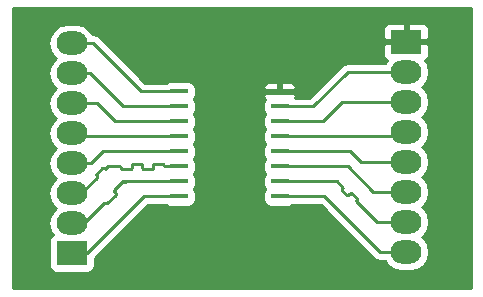
<source format=gbr>
G04 #@! TF.FileFunction,Copper,L1,Top,Signal*
%FSLAX46Y46*%
G04 Gerber Fmt 4.6, Leading zero omitted, Abs format (unit mm)*
G04 Created by KiCad (PCBNEW 4.0.5) date 04/11/17 14:07:49*
%MOMM*%
%LPD*%
G01*
G04 APERTURE LIST*
%ADD10C,0.100000*%
%ADD11C,0.600000*%
%ADD12R,2.600000X2.000000*%
%ADD13O,2.600000X2.000000*%
%ADD14R,1.525000X0.410000*%
%ADD15C,0.250000*%
%ADD16C,0.254000*%
G04 APERTURE END LIST*
D10*
D11*
X102250000Y-46230000D03*
X97250000Y-46230000D03*
X92250000Y-46230000D03*
X87250000Y-46230000D03*
X102000000Y-28000000D03*
X97000000Y-28000000D03*
X92000000Y-28000000D03*
D12*
X109400000Y-28000000D03*
D13*
X109400000Y-30540000D03*
X109400000Y-33080000D03*
X109400000Y-35620000D03*
X109400000Y-38160000D03*
X109400000Y-40700000D03*
X109400000Y-43240000D03*
X109400000Y-45780000D03*
D12*
X81100000Y-45900000D03*
D13*
X81100000Y-43360000D03*
X81100000Y-40820000D03*
X81100000Y-38280000D03*
X81100000Y-35740000D03*
X81100000Y-33200000D03*
X81100000Y-30660000D03*
X81100000Y-28120000D03*
D14*
X98700000Y-41090000D03*
X98700000Y-39820000D03*
X98700000Y-38550000D03*
X98700000Y-37280000D03*
X98700000Y-36010000D03*
X98700000Y-34740000D03*
X98700000Y-33470000D03*
X98700000Y-32200000D03*
X90200000Y-41090000D03*
X90200000Y-39820000D03*
X90200000Y-38550000D03*
X90200000Y-37280000D03*
X90200000Y-36010000D03*
X90200000Y-34740000D03*
X90200000Y-33470000D03*
X90200000Y-32200000D03*
D11*
X87000000Y-28000000D03*
D15*
X90200000Y-41090000D02*
X87210000Y-41090000D01*
X87210000Y-41090000D02*
X82400000Y-45900000D01*
X82400000Y-45900000D02*
X81100000Y-45900000D01*
X90200000Y-39820000D02*
X85680000Y-39820000D01*
X85467568Y-39799483D02*
X85450086Y-39807902D01*
X85450086Y-39807902D02*
X85434916Y-39820000D01*
X85680000Y-39820000D02*
X85664829Y-39832097D01*
X84688412Y-40578638D02*
X84684095Y-40597555D01*
X85505888Y-39795165D02*
X85486485Y-39795165D01*
X85664829Y-39832097D02*
X85647347Y-39840516D01*
X84760761Y-40739239D02*
X84822032Y-40800510D01*
X85647347Y-39840516D02*
X85628430Y-39844834D01*
X84696831Y-40653357D02*
X84708929Y-40668528D01*
X84688412Y-40635876D02*
X84696831Y-40653357D01*
X85628430Y-39844834D02*
X85609027Y-39844834D01*
X85486485Y-39795165D02*
X85467568Y-39799483D01*
X84044477Y-41673873D02*
X84025073Y-41673873D01*
X84708929Y-40545986D02*
X84696831Y-40561156D01*
X84006156Y-41669556D02*
X83988675Y-41661137D01*
X85609027Y-39844834D02*
X85590110Y-39840516D01*
X84696831Y-40561156D02*
X84688412Y-40578638D01*
X85590110Y-39840516D02*
X85572628Y-39832097D01*
X84822032Y-40800510D02*
X84834131Y-40815680D01*
X85572628Y-39832097D02*
X85542287Y-39807902D01*
X84846867Y-40871483D02*
X84842550Y-40890399D01*
X84708929Y-40668528D02*
X84770199Y-40729798D01*
X85542287Y-39807902D02*
X85524805Y-39799483D01*
X85434916Y-39820000D02*
X84708929Y-40545986D01*
X85524805Y-39799483D02*
X85505888Y-39795165D01*
X83921935Y-41624205D02*
X83902533Y-41624204D01*
X84684095Y-40597555D02*
X84684095Y-40616959D01*
X84684095Y-40616959D02*
X84688412Y-40635876D01*
X84834131Y-40815680D02*
X84842550Y-40833161D01*
X84770199Y-40729798D02*
X84760761Y-40739239D01*
X84842550Y-40833161D02*
X84846867Y-40852079D01*
X84846867Y-40852079D02*
X84846867Y-40871483D01*
X84842550Y-40890399D02*
X84834130Y-40907882D01*
X84834130Y-40907882D02*
X84822032Y-40923052D01*
X84822032Y-40923052D02*
X84096047Y-41649038D01*
X84096047Y-41649038D02*
X84080877Y-41661136D01*
X84025073Y-41673873D02*
X84006156Y-41669556D01*
X84080877Y-41661136D02*
X84063394Y-41669556D01*
X83866134Y-41636941D02*
X83850963Y-41649039D01*
X84063394Y-41669556D02*
X84044477Y-41673873D01*
X83988675Y-41661137D02*
X83973505Y-41649038D01*
X83973505Y-41649038D02*
X83958334Y-41636942D01*
X83958334Y-41636942D02*
X83940853Y-41628522D01*
X83940853Y-41628522D02*
X83921935Y-41624205D01*
X83902533Y-41624204D02*
X83883615Y-41628523D01*
X83883615Y-41628523D02*
X83866134Y-41636941D01*
X83850963Y-41649039D02*
X82140000Y-43360000D01*
X82140000Y-43360000D02*
X81100000Y-43360000D01*
X90200000Y-38550000D02*
X89000000Y-38550000D01*
X89000000Y-38550000D02*
X88974224Y-38547095D01*
X88794111Y-38321239D02*
X88768336Y-38318335D01*
X87972095Y-38691609D02*
X87963529Y-38716091D01*
X88074224Y-38321239D02*
X88049742Y-38329805D01*
X88974224Y-38547095D02*
X88949742Y-38538529D01*
X88818593Y-38329805D02*
X88794111Y-38321239D01*
X87975000Y-38665833D02*
X87972095Y-38691609D01*
X88949742Y-38538529D02*
X88927779Y-38524729D01*
X88909438Y-38506388D02*
X88895638Y-38484425D01*
X88927779Y-38524729D02*
X88909438Y-38506388D01*
X86218611Y-38343605D02*
X86200270Y-38361946D01*
X83939643Y-38724618D02*
X83913705Y-38724618D01*
X86186470Y-38383909D02*
X86177904Y-38408391D01*
X88872697Y-38383909D02*
X88858897Y-38361946D01*
X88881263Y-38408391D02*
X88872697Y-38383909D01*
X88895638Y-38484425D02*
X88887072Y-38459943D01*
X88887072Y-38459943D02*
X88881263Y-38408391D01*
X84150000Y-38550000D02*
X84008580Y-38691420D01*
X88858897Y-38361946D02*
X88840556Y-38343605D01*
X87984168Y-38550000D02*
X87975000Y-38550000D01*
X87984168Y-38434168D02*
X87984168Y-38550000D01*
X87086470Y-38716091D02*
X87077904Y-38691609D01*
X88840556Y-38343605D02*
X88818593Y-38329805D01*
X87884943Y-38778761D02*
X87859168Y-38781665D01*
X88768336Y-38318335D02*
X88100000Y-38318335D01*
X83180944Y-39284166D02*
X83192198Y-39307535D01*
X83192198Y-39307535D02*
X83224543Y-39348094D01*
X88100000Y-38318335D02*
X88074224Y-38321239D01*
X87975000Y-38550000D02*
X87975000Y-38665833D01*
X88049742Y-38329805D02*
X88027779Y-38343605D01*
X87931388Y-38756395D02*
X87909425Y-38770195D01*
X85390832Y-38781665D02*
X85365056Y-38778761D01*
X88027779Y-38343605D02*
X88009438Y-38361946D01*
X88009438Y-38361946D02*
X87995638Y-38383909D01*
X87995638Y-38383909D02*
X87987072Y-38408391D01*
X87987072Y-38408391D02*
X87984168Y-38434168D01*
X87140574Y-38770195D02*
X87118611Y-38756395D01*
X83680956Y-38691419D02*
X83208371Y-39164003D01*
X86131388Y-38756395D02*
X86109425Y-38770195D01*
X87963529Y-38716091D02*
X87949729Y-38738054D01*
X86109425Y-38770195D02*
X86084943Y-38778761D01*
X87949729Y-38738054D02*
X87931388Y-38756395D01*
X87009425Y-38329805D02*
X86984943Y-38321239D01*
X87909425Y-38770195D02*
X87884943Y-38778761D01*
X87859168Y-38781665D02*
X87190832Y-38781665D01*
X87049729Y-38361946D02*
X87031388Y-38343605D01*
X87190832Y-38781665D02*
X87165056Y-38778761D01*
X85263529Y-38615575D02*
X85249729Y-38593612D01*
X83888417Y-38718846D02*
X83865048Y-38707592D01*
X86175000Y-38434167D02*
X86175000Y-38665833D01*
X86175000Y-38665833D02*
X86172095Y-38691609D01*
X86265056Y-38321239D02*
X86240574Y-38329805D01*
X87165056Y-38778761D02*
X87140574Y-38770195D01*
X87118611Y-38756395D02*
X87100270Y-38738054D01*
X87100270Y-38738054D02*
X87086470Y-38716091D01*
X87075000Y-38434167D02*
X87072095Y-38408391D01*
X87075000Y-38665833D02*
X87075000Y-38434167D01*
X87077904Y-38691609D02*
X87075000Y-38665833D01*
X87072095Y-38408391D02*
X87063529Y-38383909D01*
X83775830Y-38658221D02*
X83749892Y-38658221D01*
X87063529Y-38383909D02*
X87049729Y-38361946D01*
X83865048Y-38707592D02*
X83824488Y-38675247D01*
X87031388Y-38343605D02*
X87009425Y-38329805D01*
X86984943Y-38321239D02*
X86959168Y-38318335D01*
X86290832Y-38318335D02*
X86265056Y-38321239D01*
X86959168Y-38318335D02*
X86290832Y-38318335D01*
X85249729Y-38593612D02*
X85231388Y-38575271D01*
X83224543Y-39471347D02*
X83208371Y-39491626D01*
X86240574Y-38329805D02*
X86218611Y-38343605D01*
X86200270Y-38361946D02*
X86186470Y-38383909D01*
X86163529Y-38716091D02*
X86149729Y-38738054D01*
X86177904Y-38408391D02*
X86175000Y-38434167D01*
X85272095Y-38640057D02*
X85263529Y-38615575D01*
X86172095Y-38691609D02*
X86163529Y-38716091D01*
X86149729Y-38738054D02*
X86131388Y-38756395D01*
X86084943Y-38778761D02*
X86059168Y-38781665D01*
X86059168Y-38781665D02*
X85390832Y-38781665D01*
X85365056Y-38778761D02*
X85340574Y-38770195D01*
X85340574Y-38770195D02*
X85318611Y-38756395D01*
X83913705Y-38724618D02*
X83888417Y-38718846D01*
X85318611Y-38756395D02*
X85300270Y-38738054D01*
X85300270Y-38738054D02*
X85286470Y-38716091D01*
X85286470Y-38716091D02*
X85277904Y-38691609D01*
X85277904Y-38691609D02*
X85272095Y-38640057D01*
X85231388Y-38575271D02*
X85209425Y-38561471D01*
X85209425Y-38561471D02*
X85184943Y-38552905D01*
X83180944Y-39207652D02*
X83175173Y-39232940D01*
X83241569Y-39422690D02*
X83235798Y-39447978D01*
X85184943Y-38552905D02*
X85159168Y-38550000D01*
X85159168Y-38550000D02*
X84150000Y-38550000D01*
X84008580Y-38691420D02*
X83988300Y-38707592D01*
X83988300Y-38707592D02*
X83964931Y-38718846D01*
X83175173Y-39258878D02*
X83180944Y-39284166D01*
X83964931Y-38718846D02*
X83939643Y-38724618D01*
X83824488Y-38675247D02*
X83801118Y-38663992D01*
X83801118Y-38663992D02*
X83775830Y-38658221D01*
X83749892Y-38658221D02*
X83724604Y-38663992D01*
X83724604Y-38663992D02*
X83701235Y-38675247D01*
X83701235Y-38675247D02*
X83680956Y-38691419D01*
X83208371Y-39164003D02*
X83192198Y-39184283D01*
X83192198Y-39184283D02*
X83180944Y-39207652D01*
X83175173Y-39232940D02*
X83175173Y-39258878D01*
X83224543Y-39348094D02*
X83235798Y-39371464D01*
X83235798Y-39371464D02*
X83241569Y-39396752D01*
X83241569Y-39396752D02*
X83241569Y-39422690D01*
X83235798Y-39447978D02*
X83224543Y-39471347D01*
X83208371Y-39491626D02*
X81880000Y-40820000D01*
X81880000Y-40820000D02*
X81181296Y-40820000D01*
X81181296Y-40820000D02*
X81100000Y-40820000D01*
X83720000Y-37280000D02*
X82720000Y-38280000D01*
X82720000Y-38280000D02*
X81100000Y-38280000D01*
X90200000Y-37280000D02*
X83720000Y-37280000D01*
X90200000Y-36010000D02*
X81370000Y-36010000D01*
X81370000Y-36010000D02*
X81100000Y-35740000D01*
X90200000Y-34740000D02*
X84740000Y-34740000D01*
X83200000Y-33200000D02*
X81100000Y-33200000D01*
X84740000Y-34740000D02*
X83200000Y-33200000D01*
X82223025Y-33014505D02*
X82203173Y-33021452D01*
X82159302Y-33065323D02*
X82152355Y-33085175D01*
X82114637Y-33179509D02*
X82096828Y-33190699D01*
X82076976Y-33197646D02*
X82056075Y-33200000D01*
X82129509Y-33164637D02*
X82114637Y-33179509D01*
X82243925Y-33012150D02*
X82223025Y-33014505D01*
X82203173Y-33021452D02*
X82185364Y-33032642D01*
X82185364Y-33032642D02*
X82170492Y-33047514D01*
X82170492Y-33047514D02*
X82159302Y-33065323D01*
X82152355Y-33085175D02*
X82147646Y-33126976D01*
X82147646Y-33126976D02*
X82140699Y-33146828D01*
X82140699Y-33146828D02*
X82129509Y-33164637D01*
X82096828Y-33190699D02*
X82076976Y-33197646D01*
X82056075Y-33200000D02*
X81100000Y-33200000D01*
X90200000Y-33470000D02*
X85470000Y-33470000D01*
X82660000Y-30660000D02*
X81100000Y-30660000D01*
X85470000Y-33470000D02*
X82660000Y-30660000D01*
X90200000Y-32200000D02*
X87000000Y-32200000D01*
X87000000Y-32200000D02*
X82920000Y-28120000D01*
X82920000Y-28120000D02*
X81100000Y-28120000D01*
X98700000Y-33470000D02*
X101530000Y-33470000D01*
X104460000Y-30540000D02*
X109400000Y-30540000D01*
X101530000Y-33470000D02*
X104460000Y-30540000D01*
X102360000Y-34740000D02*
X104020000Y-33080000D01*
X104020000Y-33080000D02*
X109400000Y-33080000D01*
X98700000Y-34740000D02*
X102360000Y-34740000D01*
X98700000Y-36010000D02*
X109010000Y-36010000D01*
X109010000Y-36010000D02*
X109400000Y-35620000D01*
X98700000Y-37280000D02*
X104680000Y-37280000D01*
X105560000Y-38160000D02*
X109400000Y-38160000D01*
X104680000Y-37280000D02*
X105560000Y-38160000D01*
X98700000Y-38550000D02*
X104450000Y-38550000D01*
X106600000Y-40700000D02*
X109400000Y-40700000D01*
X104450000Y-38550000D02*
X106600000Y-40700000D01*
X98700000Y-39820000D02*
X103520000Y-39820000D01*
X104470237Y-41002063D02*
X104492281Y-40997031D01*
X103520000Y-39820000D02*
X104000000Y-40300000D01*
X104014097Y-40425118D02*
X103985902Y-40460472D01*
X104000000Y-40300000D02*
X104014097Y-40317677D01*
X105196536Y-41415698D02*
X105191503Y-41437740D01*
X104425583Y-40997031D02*
X104447626Y-41002063D01*
X104000000Y-40585590D02*
X104387534Y-40973124D01*
X104014097Y-40317677D02*
X104023907Y-40338049D01*
X104832909Y-40847318D02*
X105220443Y-41234852D01*
X104690115Y-40847320D02*
X104707791Y-40833220D01*
X104492281Y-40997031D02*
X104512652Y-40987221D01*
X104794861Y-40823411D02*
X104815233Y-40833221D01*
X104023907Y-40338049D02*
X104028939Y-40360092D01*
X104023907Y-40404746D02*
X104014097Y-40425118D01*
X104028939Y-40360092D02*
X104028939Y-40382703D01*
X103976092Y-40480844D02*
X103971060Y-40502887D01*
X104028939Y-40382703D02*
X104023907Y-40404746D01*
X103985902Y-40460472D02*
X103976092Y-40480844D01*
X104618717Y-40918717D02*
X104690115Y-40847320D01*
X103971060Y-40502887D02*
X103971060Y-40525498D01*
X104707791Y-40833220D02*
X104728163Y-40823410D01*
X104530330Y-40973124D02*
X104601727Y-40901726D01*
X104772817Y-40818378D02*
X104794861Y-40823411D01*
X103971060Y-40525498D02*
X103976092Y-40547541D01*
X103976092Y-40547541D02*
X103985902Y-40567913D01*
X103985902Y-40567913D02*
X104000000Y-40585590D01*
X104387534Y-40973124D02*
X104405211Y-40987221D01*
X104405211Y-40987221D02*
X104425583Y-40997031D01*
X104447626Y-41002063D02*
X104470237Y-41002063D01*
X104512652Y-40987221D02*
X104530330Y-40973124D01*
X104601727Y-40901726D02*
X104618717Y-40918717D01*
X104728163Y-40823410D02*
X104750207Y-40818379D01*
X104750207Y-40818379D02*
X104772817Y-40818378D01*
X104815233Y-40833221D02*
X104832909Y-40847318D01*
X105249383Y-41294945D02*
X105249382Y-41317555D01*
X105220443Y-41234852D02*
X105234540Y-41252529D01*
X105234540Y-41252529D02*
X105244350Y-41272901D01*
X105244350Y-41272901D02*
X105249383Y-41294945D01*
X105249382Y-41317555D02*
X105244350Y-41339599D01*
X105244350Y-41339599D02*
X105234541Y-41359971D01*
X105234541Y-41359971D02*
X105206346Y-41395326D01*
X105206346Y-41395326D02*
X105196536Y-41415698D01*
X105191503Y-41437740D02*
X105191504Y-41460352D01*
X105191504Y-41460352D02*
X105196535Y-41482394D01*
X105196535Y-41482394D02*
X105206345Y-41502766D01*
X105206345Y-41502766D02*
X105220444Y-41520444D01*
X105220444Y-41520444D02*
X106940000Y-43240000D01*
X106940000Y-43240000D02*
X106978060Y-43240000D01*
X106978060Y-43240000D02*
X109400000Y-43240000D01*
X98700000Y-41090000D02*
X102490000Y-41090000D01*
X107180000Y-45780000D02*
X109400000Y-45780000D01*
X102490000Y-41090000D02*
X107180000Y-45780000D01*
D16*
G36*
X114873000Y-48873000D02*
X76127000Y-48873000D01*
X76127000Y-28120000D01*
X79127091Y-28120000D01*
X79251548Y-28745687D01*
X79605971Y-29276120D01*
X79776405Y-29390000D01*
X79605971Y-29503880D01*
X79251548Y-30034313D01*
X79127091Y-30660000D01*
X79251548Y-31285687D01*
X79605971Y-31816120D01*
X79776405Y-31930000D01*
X79605971Y-32043880D01*
X79251548Y-32574313D01*
X79127091Y-33200000D01*
X79251548Y-33825687D01*
X79605971Y-34356120D01*
X79776405Y-34470000D01*
X79605971Y-34583880D01*
X79251548Y-35114313D01*
X79127091Y-35740000D01*
X79251548Y-36365687D01*
X79605971Y-36896120D01*
X79776405Y-37010000D01*
X79605971Y-37123880D01*
X79251548Y-37654313D01*
X79127091Y-38280000D01*
X79251548Y-38905687D01*
X79605971Y-39436120D01*
X79776405Y-39550000D01*
X79605971Y-39663880D01*
X79251548Y-40194313D01*
X79127091Y-40820000D01*
X79251548Y-41445687D01*
X79605971Y-41976120D01*
X79776405Y-42090000D01*
X79605971Y-42203880D01*
X79251548Y-42734313D01*
X79127091Y-43360000D01*
X79251548Y-43985687D01*
X79491093Y-44344192D01*
X79348559Y-44435910D01*
X79203569Y-44648110D01*
X79152560Y-44900000D01*
X79152560Y-46900000D01*
X79196838Y-47135317D01*
X79335910Y-47351441D01*
X79548110Y-47496431D01*
X79800000Y-47547440D01*
X82400000Y-47547440D01*
X82635317Y-47503162D01*
X82851441Y-47364090D01*
X82996431Y-47151890D01*
X83047440Y-46900000D01*
X83047440Y-46327362D01*
X87524802Y-41850000D01*
X89124974Y-41850000D01*
X89185610Y-41891431D01*
X89437500Y-41942440D01*
X90962500Y-41942440D01*
X91197817Y-41898162D01*
X91413941Y-41759090D01*
X91558931Y-41546890D01*
X91609940Y-41295000D01*
X91609940Y-40885000D01*
X91565662Y-40649683D01*
X91438858Y-40452623D01*
X91558931Y-40276890D01*
X91609940Y-40025000D01*
X91609940Y-39615000D01*
X91565662Y-39379683D01*
X91438858Y-39182623D01*
X91558931Y-39006890D01*
X91609940Y-38755000D01*
X91609940Y-38345000D01*
X91565662Y-38109683D01*
X91438858Y-37912623D01*
X91558931Y-37736890D01*
X91609940Y-37485000D01*
X91609940Y-37075000D01*
X91565662Y-36839683D01*
X91438858Y-36642623D01*
X91558931Y-36466890D01*
X91609940Y-36215000D01*
X91609940Y-35805000D01*
X91565662Y-35569683D01*
X91438858Y-35372623D01*
X91558931Y-35196890D01*
X91609940Y-34945000D01*
X91609940Y-34535000D01*
X91565662Y-34299683D01*
X91438858Y-34102623D01*
X91558931Y-33926890D01*
X91609940Y-33675000D01*
X91609940Y-33265000D01*
X97290060Y-33265000D01*
X97290060Y-33675000D01*
X97334338Y-33910317D01*
X97461142Y-34107377D01*
X97341069Y-34283110D01*
X97290060Y-34535000D01*
X97290060Y-34945000D01*
X97334338Y-35180317D01*
X97461142Y-35377377D01*
X97341069Y-35553110D01*
X97290060Y-35805000D01*
X97290060Y-36215000D01*
X97334338Y-36450317D01*
X97461142Y-36647377D01*
X97341069Y-36823110D01*
X97290060Y-37075000D01*
X97290060Y-37485000D01*
X97334338Y-37720317D01*
X97461142Y-37917377D01*
X97341069Y-38093110D01*
X97290060Y-38345000D01*
X97290060Y-38755000D01*
X97334338Y-38990317D01*
X97461142Y-39187377D01*
X97341069Y-39363110D01*
X97290060Y-39615000D01*
X97290060Y-40025000D01*
X97334338Y-40260317D01*
X97461142Y-40457377D01*
X97341069Y-40633110D01*
X97290060Y-40885000D01*
X97290060Y-41295000D01*
X97334338Y-41530317D01*
X97473410Y-41746441D01*
X97685610Y-41891431D01*
X97937500Y-41942440D01*
X99462500Y-41942440D01*
X99697817Y-41898162D01*
X99772663Y-41850000D01*
X102175198Y-41850000D01*
X106642599Y-46317401D01*
X106889161Y-46482148D01*
X107180000Y-46540000D01*
X107641293Y-46540000D01*
X107905971Y-46936120D01*
X108436404Y-47290543D01*
X109062091Y-47415000D01*
X109737909Y-47415000D01*
X110363596Y-47290543D01*
X110894029Y-46936120D01*
X111248452Y-46405687D01*
X111372909Y-45780000D01*
X111248452Y-45154313D01*
X110894029Y-44623880D01*
X110723595Y-44510000D01*
X110894029Y-44396120D01*
X111248452Y-43865687D01*
X111372909Y-43240000D01*
X111248452Y-42614313D01*
X110894029Y-42083880D01*
X110723595Y-41970000D01*
X110894029Y-41856120D01*
X111248452Y-41325687D01*
X111372909Y-40700000D01*
X111248452Y-40074313D01*
X110894029Y-39543880D01*
X110723595Y-39430000D01*
X110894029Y-39316120D01*
X111248452Y-38785687D01*
X111372909Y-38160000D01*
X111248452Y-37534313D01*
X110894029Y-37003880D01*
X110723595Y-36890000D01*
X110894029Y-36776120D01*
X111248452Y-36245687D01*
X111372909Y-35620000D01*
X111248452Y-34994313D01*
X110894029Y-34463880D01*
X110723595Y-34350000D01*
X110894029Y-34236120D01*
X111248452Y-33705687D01*
X111372909Y-33080000D01*
X111248452Y-32454313D01*
X110894029Y-31923880D01*
X110723595Y-31810000D01*
X110894029Y-31696120D01*
X111248452Y-31165687D01*
X111372909Y-30540000D01*
X111248452Y-29914313D01*
X111010769Y-29558594D01*
X111059699Y-29538327D01*
X111238327Y-29359698D01*
X111335000Y-29126309D01*
X111335000Y-28285750D01*
X111176250Y-28127000D01*
X109527000Y-28127000D01*
X109527000Y-28147000D01*
X109273000Y-28147000D01*
X109273000Y-28127000D01*
X107623750Y-28127000D01*
X107465000Y-28285750D01*
X107465000Y-29126309D01*
X107561673Y-29359698D01*
X107740301Y-29538327D01*
X107789231Y-29558594D01*
X107641293Y-29780000D01*
X104460000Y-29780000D01*
X104169161Y-29837852D01*
X103922599Y-30002599D01*
X101215198Y-32710000D01*
X100023484Y-32710000D01*
X100097500Y-32531309D01*
X100097500Y-32461250D01*
X99938750Y-32302500D01*
X98827000Y-32302500D01*
X98827000Y-32347000D01*
X98573000Y-32347000D01*
X98573000Y-32302500D01*
X97461250Y-32302500D01*
X97302500Y-32461250D01*
X97302500Y-32531309D01*
X97399173Y-32764698D01*
X97465489Y-32831015D01*
X97341069Y-33013110D01*
X97290060Y-33265000D01*
X91609940Y-33265000D01*
X91565662Y-33029683D01*
X91438858Y-32832623D01*
X91558931Y-32656890D01*
X91609940Y-32405000D01*
X91609940Y-31995000D01*
X91586174Y-31868691D01*
X97302500Y-31868691D01*
X97302500Y-31938750D01*
X97461250Y-32097500D01*
X98573000Y-32097500D01*
X98573000Y-31518750D01*
X98827000Y-31518750D01*
X98827000Y-32097500D01*
X99938750Y-32097500D01*
X100097500Y-31938750D01*
X100097500Y-31868691D01*
X100000827Y-31635302D01*
X99822199Y-31456673D01*
X99588810Y-31360000D01*
X98985750Y-31360000D01*
X98827000Y-31518750D01*
X98573000Y-31518750D01*
X98414250Y-31360000D01*
X97811190Y-31360000D01*
X97577801Y-31456673D01*
X97399173Y-31635302D01*
X97302500Y-31868691D01*
X91586174Y-31868691D01*
X91565662Y-31759683D01*
X91426590Y-31543559D01*
X91214390Y-31398569D01*
X90962500Y-31347560D01*
X89437500Y-31347560D01*
X89202183Y-31391838D01*
X89127337Y-31440000D01*
X87314802Y-31440000D01*
X83457401Y-27582599D01*
X83210839Y-27417852D01*
X82920000Y-27360000D01*
X82858707Y-27360000D01*
X82594029Y-26963880D01*
X82459052Y-26873691D01*
X107465000Y-26873691D01*
X107465000Y-27714250D01*
X107623750Y-27873000D01*
X109273000Y-27873000D01*
X109273000Y-26523750D01*
X109527000Y-26523750D01*
X109527000Y-27873000D01*
X111176250Y-27873000D01*
X111335000Y-27714250D01*
X111335000Y-26873691D01*
X111238327Y-26640302D01*
X111059699Y-26461673D01*
X110826310Y-26365000D01*
X109685750Y-26365000D01*
X109527000Y-26523750D01*
X109273000Y-26523750D01*
X109114250Y-26365000D01*
X107973690Y-26365000D01*
X107740301Y-26461673D01*
X107561673Y-26640302D01*
X107465000Y-26873691D01*
X82459052Y-26873691D01*
X82063596Y-26609457D01*
X81437909Y-26485000D01*
X80762091Y-26485000D01*
X80136404Y-26609457D01*
X79605971Y-26963880D01*
X79251548Y-27494313D01*
X79127091Y-28120000D01*
X76127000Y-28120000D01*
X76127000Y-25127000D01*
X114873000Y-25127000D01*
X114873000Y-48873000D01*
X114873000Y-48873000D01*
G37*
X114873000Y-48873000D02*
X76127000Y-48873000D01*
X76127000Y-28120000D01*
X79127091Y-28120000D01*
X79251548Y-28745687D01*
X79605971Y-29276120D01*
X79776405Y-29390000D01*
X79605971Y-29503880D01*
X79251548Y-30034313D01*
X79127091Y-30660000D01*
X79251548Y-31285687D01*
X79605971Y-31816120D01*
X79776405Y-31930000D01*
X79605971Y-32043880D01*
X79251548Y-32574313D01*
X79127091Y-33200000D01*
X79251548Y-33825687D01*
X79605971Y-34356120D01*
X79776405Y-34470000D01*
X79605971Y-34583880D01*
X79251548Y-35114313D01*
X79127091Y-35740000D01*
X79251548Y-36365687D01*
X79605971Y-36896120D01*
X79776405Y-37010000D01*
X79605971Y-37123880D01*
X79251548Y-37654313D01*
X79127091Y-38280000D01*
X79251548Y-38905687D01*
X79605971Y-39436120D01*
X79776405Y-39550000D01*
X79605971Y-39663880D01*
X79251548Y-40194313D01*
X79127091Y-40820000D01*
X79251548Y-41445687D01*
X79605971Y-41976120D01*
X79776405Y-42090000D01*
X79605971Y-42203880D01*
X79251548Y-42734313D01*
X79127091Y-43360000D01*
X79251548Y-43985687D01*
X79491093Y-44344192D01*
X79348559Y-44435910D01*
X79203569Y-44648110D01*
X79152560Y-44900000D01*
X79152560Y-46900000D01*
X79196838Y-47135317D01*
X79335910Y-47351441D01*
X79548110Y-47496431D01*
X79800000Y-47547440D01*
X82400000Y-47547440D01*
X82635317Y-47503162D01*
X82851441Y-47364090D01*
X82996431Y-47151890D01*
X83047440Y-46900000D01*
X83047440Y-46327362D01*
X87524802Y-41850000D01*
X89124974Y-41850000D01*
X89185610Y-41891431D01*
X89437500Y-41942440D01*
X90962500Y-41942440D01*
X91197817Y-41898162D01*
X91413941Y-41759090D01*
X91558931Y-41546890D01*
X91609940Y-41295000D01*
X91609940Y-40885000D01*
X91565662Y-40649683D01*
X91438858Y-40452623D01*
X91558931Y-40276890D01*
X91609940Y-40025000D01*
X91609940Y-39615000D01*
X91565662Y-39379683D01*
X91438858Y-39182623D01*
X91558931Y-39006890D01*
X91609940Y-38755000D01*
X91609940Y-38345000D01*
X91565662Y-38109683D01*
X91438858Y-37912623D01*
X91558931Y-37736890D01*
X91609940Y-37485000D01*
X91609940Y-37075000D01*
X91565662Y-36839683D01*
X91438858Y-36642623D01*
X91558931Y-36466890D01*
X91609940Y-36215000D01*
X91609940Y-35805000D01*
X91565662Y-35569683D01*
X91438858Y-35372623D01*
X91558931Y-35196890D01*
X91609940Y-34945000D01*
X91609940Y-34535000D01*
X91565662Y-34299683D01*
X91438858Y-34102623D01*
X91558931Y-33926890D01*
X91609940Y-33675000D01*
X91609940Y-33265000D01*
X97290060Y-33265000D01*
X97290060Y-33675000D01*
X97334338Y-33910317D01*
X97461142Y-34107377D01*
X97341069Y-34283110D01*
X97290060Y-34535000D01*
X97290060Y-34945000D01*
X97334338Y-35180317D01*
X97461142Y-35377377D01*
X97341069Y-35553110D01*
X97290060Y-35805000D01*
X97290060Y-36215000D01*
X97334338Y-36450317D01*
X97461142Y-36647377D01*
X97341069Y-36823110D01*
X97290060Y-37075000D01*
X97290060Y-37485000D01*
X97334338Y-37720317D01*
X97461142Y-37917377D01*
X97341069Y-38093110D01*
X97290060Y-38345000D01*
X97290060Y-38755000D01*
X97334338Y-38990317D01*
X97461142Y-39187377D01*
X97341069Y-39363110D01*
X97290060Y-39615000D01*
X97290060Y-40025000D01*
X97334338Y-40260317D01*
X97461142Y-40457377D01*
X97341069Y-40633110D01*
X97290060Y-40885000D01*
X97290060Y-41295000D01*
X97334338Y-41530317D01*
X97473410Y-41746441D01*
X97685610Y-41891431D01*
X97937500Y-41942440D01*
X99462500Y-41942440D01*
X99697817Y-41898162D01*
X99772663Y-41850000D01*
X102175198Y-41850000D01*
X106642599Y-46317401D01*
X106889161Y-46482148D01*
X107180000Y-46540000D01*
X107641293Y-46540000D01*
X107905971Y-46936120D01*
X108436404Y-47290543D01*
X109062091Y-47415000D01*
X109737909Y-47415000D01*
X110363596Y-47290543D01*
X110894029Y-46936120D01*
X111248452Y-46405687D01*
X111372909Y-45780000D01*
X111248452Y-45154313D01*
X110894029Y-44623880D01*
X110723595Y-44510000D01*
X110894029Y-44396120D01*
X111248452Y-43865687D01*
X111372909Y-43240000D01*
X111248452Y-42614313D01*
X110894029Y-42083880D01*
X110723595Y-41970000D01*
X110894029Y-41856120D01*
X111248452Y-41325687D01*
X111372909Y-40700000D01*
X111248452Y-40074313D01*
X110894029Y-39543880D01*
X110723595Y-39430000D01*
X110894029Y-39316120D01*
X111248452Y-38785687D01*
X111372909Y-38160000D01*
X111248452Y-37534313D01*
X110894029Y-37003880D01*
X110723595Y-36890000D01*
X110894029Y-36776120D01*
X111248452Y-36245687D01*
X111372909Y-35620000D01*
X111248452Y-34994313D01*
X110894029Y-34463880D01*
X110723595Y-34350000D01*
X110894029Y-34236120D01*
X111248452Y-33705687D01*
X111372909Y-33080000D01*
X111248452Y-32454313D01*
X110894029Y-31923880D01*
X110723595Y-31810000D01*
X110894029Y-31696120D01*
X111248452Y-31165687D01*
X111372909Y-30540000D01*
X111248452Y-29914313D01*
X111010769Y-29558594D01*
X111059699Y-29538327D01*
X111238327Y-29359698D01*
X111335000Y-29126309D01*
X111335000Y-28285750D01*
X111176250Y-28127000D01*
X109527000Y-28127000D01*
X109527000Y-28147000D01*
X109273000Y-28147000D01*
X109273000Y-28127000D01*
X107623750Y-28127000D01*
X107465000Y-28285750D01*
X107465000Y-29126309D01*
X107561673Y-29359698D01*
X107740301Y-29538327D01*
X107789231Y-29558594D01*
X107641293Y-29780000D01*
X104460000Y-29780000D01*
X104169161Y-29837852D01*
X103922599Y-30002599D01*
X101215198Y-32710000D01*
X100023484Y-32710000D01*
X100097500Y-32531309D01*
X100097500Y-32461250D01*
X99938750Y-32302500D01*
X98827000Y-32302500D01*
X98827000Y-32347000D01*
X98573000Y-32347000D01*
X98573000Y-32302500D01*
X97461250Y-32302500D01*
X97302500Y-32461250D01*
X97302500Y-32531309D01*
X97399173Y-32764698D01*
X97465489Y-32831015D01*
X97341069Y-33013110D01*
X97290060Y-33265000D01*
X91609940Y-33265000D01*
X91565662Y-33029683D01*
X91438858Y-32832623D01*
X91558931Y-32656890D01*
X91609940Y-32405000D01*
X91609940Y-31995000D01*
X91586174Y-31868691D01*
X97302500Y-31868691D01*
X97302500Y-31938750D01*
X97461250Y-32097500D01*
X98573000Y-32097500D01*
X98573000Y-31518750D01*
X98827000Y-31518750D01*
X98827000Y-32097500D01*
X99938750Y-32097500D01*
X100097500Y-31938750D01*
X100097500Y-31868691D01*
X100000827Y-31635302D01*
X99822199Y-31456673D01*
X99588810Y-31360000D01*
X98985750Y-31360000D01*
X98827000Y-31518750D01*
X98573000Y-31518750D01*
X98414250Y-31360000D01*
X97811190Y-31360000D01*
X97577801Y-31456673D01*
X97399173Y-31635302D01*
X97302500Y-31868691D01*
X91586174Y-31868691D01*
X91565662Y-31759683D01*
X91426590Y-31543559D01*
X91214390Y-31398569D01*
X90962500Y-31347560D01*
X89437500Y-31347560D01*
X89202183Y-31391838D01*
X89127337Y-31440000D01*
X87314802Y-31440000D01*
X83457401Y-27582599D01*
X83210839Y-27417852D01*
X82920000Y-27360000D01*
X82858707Y-27360000D01*
X82594029Y-26963880D01*
X82459052Y-26873691D01*
X107465000Y-26873691D01*
X107465000Y-27714250D01*
X107623750Y-27873000D01*
X109273000Y-27873000D01*
X109273000Y-26523750D01*
X109527000Y-26523750D01*
X109527000Y-27873000D01*
X111176250Y-27873000D01*
X111335000Y-27714250D01*
X111335000Y-26873691D01*
X111238327Y-26640302D01*
X111059699Y-26461673D01*
X110826310Y-26365000D01*
X109685750Y-26365000D01*
X109527000Y-26523750D01*
X109273000Y-26523750D01*
X109114250Y-26365000D01*
X107973690Y-26365000D01*
X107740301Y-26461673D01*
X107561673Y-26640302D01*
X107465000Y-26873691D01*
X82459052Y-26873691D01*
X82063596Y-26609457D01*
X81437909Y-26485000D01*
X80762091Y-26485000D01*
X80136404Y-26609457D01*
X79605971Y-26963880D01*
X79251548Y-27494313D01*
X79127091Y-28120000D01*
X76127000Y-28120000D01*
X76127000Y-25127000D01*
X114873000Y-25127000D01*
X114873000Y-48873000D01*
M02*

</source>
